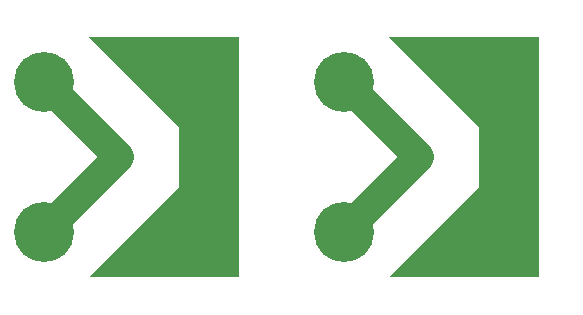
<source format=gbl>
%FSLAX24Y24*%
%MOIN*%
%ADD10C,0.1*%
%ADD11C,0.2*%
%LPD*%
D10*
X2500Y2500D02*
G01*
X5000Y5000D01*
X2500Y7500D01*
D11*
Y2500D03*
Y7500D03*
G36*
X9000Y1000D02*
Y9000D01*
X4000D01*
X7000Y6000D01*
Y4000D01*
X4000Y1000D01*
X9000D01*
G37*
D10*
X12500Y2500D02*
X15000Y5000D01*
X12500Y7500D01*
D11*
Y2500D03*
Y7500D03*
G36*
X19000Y1000D02*
Y9000D01*
X14000D01*
X17000Y6000D01*
Y4000D01*
X14000Y1000D01*
X19000D01*
G37*
M02*

</source>
